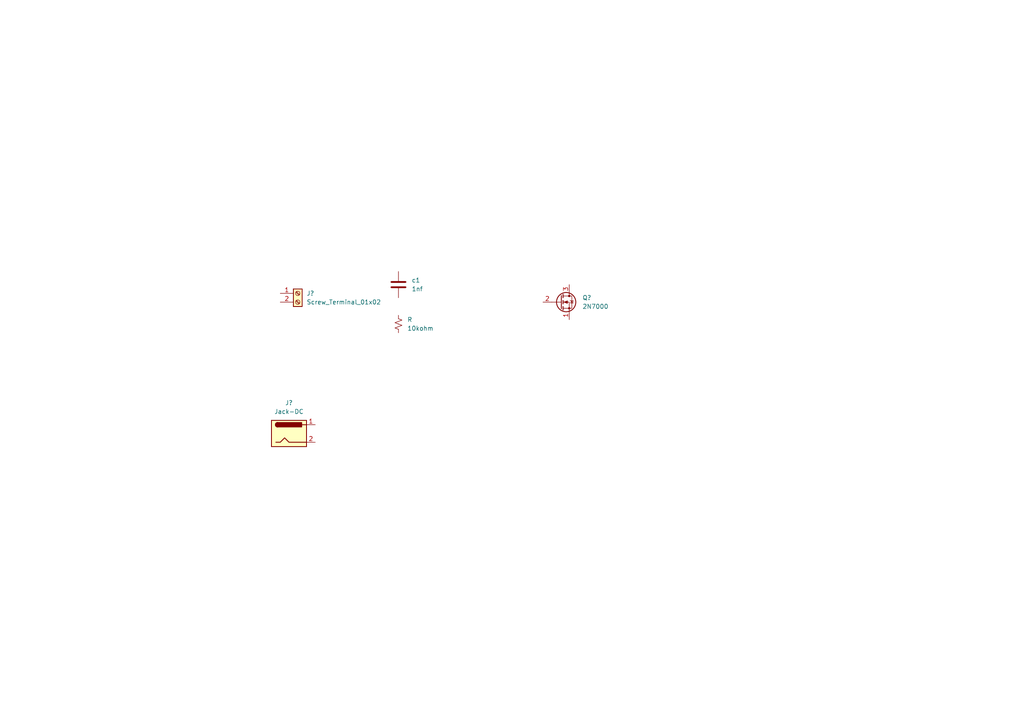
<source format=kicad_sch>
(kicad_sch (version 20250114) (generator "eeschema") (generator_version "9.0")
  (paper "A4")
  (title_block (title "water alarm") (date "2025-11-03") (comment 4 "author:kenneth;arnold"))
  (lib_symbols
    (symbol "Connector:Jack-DC" (pin_names (offset 1.016))
      (property "Reference" "J" (at 0 5.334 0))
      (property "Value" "Jack-DC" (at 0 -5.08 0))
      (symbol "Jack-DC_0_1"
        (rectangle (start -5.08 3.81) (end 5.08 -3.81) (stroke (width 0.254)) (fill (type background)))
        (polyline (pts (xy -3.81 -2.54) (xy -2.54 -2.54) (xy -1.27 -1.27) (xy 0 -2.54) (xy 2.54 -2.54) (xy 5.08 -2.54)) (stroke (width 0.254)))
        (arc (start -3.302 1.905) (mid -3.9343 2.54) (end -3.302 3.175) (stroke (width 0.254)))
        (arc (start -3.302 1.905) (mid -3.9343 2.54) (end -3.302 3.175) (stroke (width 0.254)) (fill (type outline)))
        (rectangle (start 3.683 3.175) (end -3.302 1.905) (stroke (width 0.254)) (fill (type outline)))
        (polyline (pts (xy 5.08 2.54) (xy 3.81 2.54)) (stroke (width 0.254)))
      )
      (symbol "Jack-DC_1_1"
        (pin passive line (at 7.62 2.54 180) (length 2.54) (name "~") (number "1"))
        (pin passive line (at 7.62 -2.54 180) (length 2.54) (name "~") (number "2"))
      )
    )
    (symbol "Connector:Screw_Terminal_01x02" (pin_names (offset 1.016) (hide yes))
      (property "Reference" "J" (at 0 2.54 0))
      (property "Value" "Screw_Terminal_01x02" (at 0 -5.08 0))
      (symbol "Screw_Terminal_01x02_1_1"
        (rectangle (start -1.27 1.27) (end 1.27 -3.81) (stroke (width 0.254)) (fill (type background)))
        (polyline (pts (xy -0.5334 0.3302) (xy 0.3302 -0.508)) (stroke (width 0.1524)))
        (polyline (pts (xy -0.5334 -2.2098) (xy 0.3302 -3.048)) (stroke (width 0.1524)))
        (polyline (pts (xy -0.3556 0.508) (xy 0.508 -0.3302)) (stroke (width 0.1524)))
        (polyline (pts (xy -0.3556 -2.032) (xy 0.508 -2.8702)) (stroke (width 0.1524)))
        (circle (center 0 0) (radius 0.635) (stroke (width 0.1524)))
        (circle (center 0 -2.54) (radius 0.635) (stroke (width 0.1524)))
        (pin passive line (at -5.08 0 0) (length 3.81) (name "Pin_1") (number "1"))
        (pin passive line (at -5.08 -2.54 0) (length 3.81) (name "Pin_2") (number "2"))
      )
    )
    (symbol "Device:C" (pin_numbers (hide yes)) (pin_names (offset 0.254))
      (property "Reference" "C" (at 0.635 2.54 0))
      (property "Value" "C" (at 0.635 -2.54 0))
      (symbol "C_0_1"
        (polyline (pts (xy -2.032 0.762) (xy 2.032 0.762)) (stroke (width 0.508)))
        (polyline (pts (xy -2.032 -0.762) (xy 2.032 -0.762)) (stroke (width 0.508)))
      )
      (symbol "C_1_1"
        (pin passive line (at 0 3.81 270) (length 2.794) (name "~") (number "1"))
        (pin passive line (at 0 -3.81 90) (length 2.794) (name "~") (number "2"))
      )
    )
    (symbol "Device:R_Small_US" (pin_numbers (hide yes)) (pin_names (offset 0.254) (hide yes))
      (property "Reference" "R" (at 0.762 0.508 0))
      (property "Value" "R_Small_US" (at 0.762 -1.016 0))
      (symbol "R_Small_US_1_1"
        (polyline (pts (xy 0 1.524) (xy 1.016 1.143) (xy 0 0.762) (xy -1.016 0.381) (xy 0 0)))
        (polyline (pts (xy 0 0) (xy 1.016 -0.381) (xy 0 -0.762) (xy -1.016 -1.143) (xy 0 -1.524)))
        (pin passive line (at 0 2.54 270) (length 1.016) (name "~") (number "1"))
        (pin passive line (at 0 -2.54 90) (length 1.016) (name "~") (number "2"))
      )
    )
    (symbol "Transistor_FET:2N7000" (pin_names (hide yes))
      (property "Reference" "Q" (at 5.08 1.905 0))
      (property "Value" "2N7000" (at 5.08 0 0))
      (symbol "2N7000_0_1"
        (polyline (pts (xy 0.254 1.905) (xy 0.254 -1.905)) (stroke (width 0.254)))
        (polyline (pts (xy 0.254 0) (xy -2.54 0)))
        (polyline (pts (xy 0.762 2.286) (xy 0.762 1.27)) (stroke (width 0.254)))
        (polyline (pts (xy 0.762 0.508) (xy 0.762 -0.508)) (stroke (width 0.254)))
        (polyline (pts (xy 0.762 -1.27) (xy 0.762 -2.286)) (stroke (width 0.254)))
        (polyline (pts (xy 0.762 -1.778) (xy 3.302 -1.778) (xy 3.302 1.778) (xy 0.762 1.778)))
        (polyline (pts (xy 1.016 0) (xy 2.032 0.381) (xy 2.032 -0.381) (xy 1.016 0)) (fill (type outline)))
        (circle (center 1.651 0) (radius 2.794) (stroke (width 0.254)))
        (polyline (pts (xy 2.54 2.54) (xy 2.54 1.778)))
        (circle (center 2.54 1.778) (radius 0.254) (fill (type outline)))
        (circle (center 2.54 -1.778) (radius 0.254) (fill (type outline)))
        (polyline (pts (xy 2.54 -2.54) (xy 2.54 0) (xy 0.762 0)))
        (polyline (pts (xy 2.794 0.508) (xy 2.921 0.381) (xy 3.683 0.381) (xy 3.81 0.254)))
        (polyline (pts (xy 3.302 0.381) (xy 2.921 -0.254) (xy 3.683 -0.254) (xy 3.302 0.381)))
      )
      (symbol "2N7000_1_1"
        (pin input line (at -5.08 0 0) (length 2.54) (name "G") (number "2"))
        (pin passive line (at 2.54 5.08 270) (length 2.54) (name "D") (number "3"))
        (pin passive line (at 2.54 -5.08 90) (length 2.54) (name "S") (number "1"))
      )
    )
  )
  (symbol (lib_id "Connector:Jack-DC") (at 83.82 125.73 0) (unit 1)
    (property "Reference" "J?" (at 83.82 116.84 0))
    (property "Value" "Jack-DC" (at 83.82 119.38 0))
    (property "Description" "DC Barrel Jack" (effects (hide yes)))
  )
  (symbol (lib_id "Transistor_FET:2N7000") (at 162.56 87.63 0) (unit 1)
    (property "Reference" "Q?" (at 168.91 86.3599 0) (effects (justify left)))
    (property "Value" "2N7000" (at 168.91 88.8999 0) (effects (justify left)))
    (property "Footprint" "Package_TO_SOT_THT:TO-92_Inline" (effects (hide yes)))
    (property "Datasheet" "https://www.vishay.com/docs/70226/70226.pdf" (effects (hide yes)))
    (property "Description" "0.2A Id, 200V Vds, N-Channel MOSFET, 2.6V Logic Level, TO-92" (effects (hide yes)))
  )
  (symbol (lib_id "Device:C") (at 115.57 82.55 0) (unit 1)
    (property "Reference" "c1" (at 119.38 81.2799 0) (effects (justify left)))
    (property "Value" "1nf" (at 119.38 83.8199 0) (effects (justify left)))
    (property "Description" "Unpolarized capacitor" (effects (hide yes)))
  )
  (symbol (lib_id "Device:R_Small_US") (at 115.57 93.98 0) (unit 1)
    (property "Reference" "R" (at 118.11 92.7099 0) (effects (justify left)))
    (property "Value" "10kohm" (at 118.11 95.2499 0) (effects (justify left)))
    (property "Description" "Resistor, small US symbol" (effects (hide yes)))
  )
  (symbol (lib_id "Connector:Screw_Terminal_01x02") (at 86.36 85.09 0) (unit 1)
    (property "Reference" "J?" (at 88.9 85.0899 0) (effects (justify left)))
    (property "Value" "Screw_Terminal_01x02" (at 88.9 87.6299 0) (effects (justify left)))
    (property "Description" "Generic screw terminal, single row, 01x02, script generated (kicad-library-utils/schlib/autogen/connector/)" (effects (hide yes)))
  )
)
</source>
